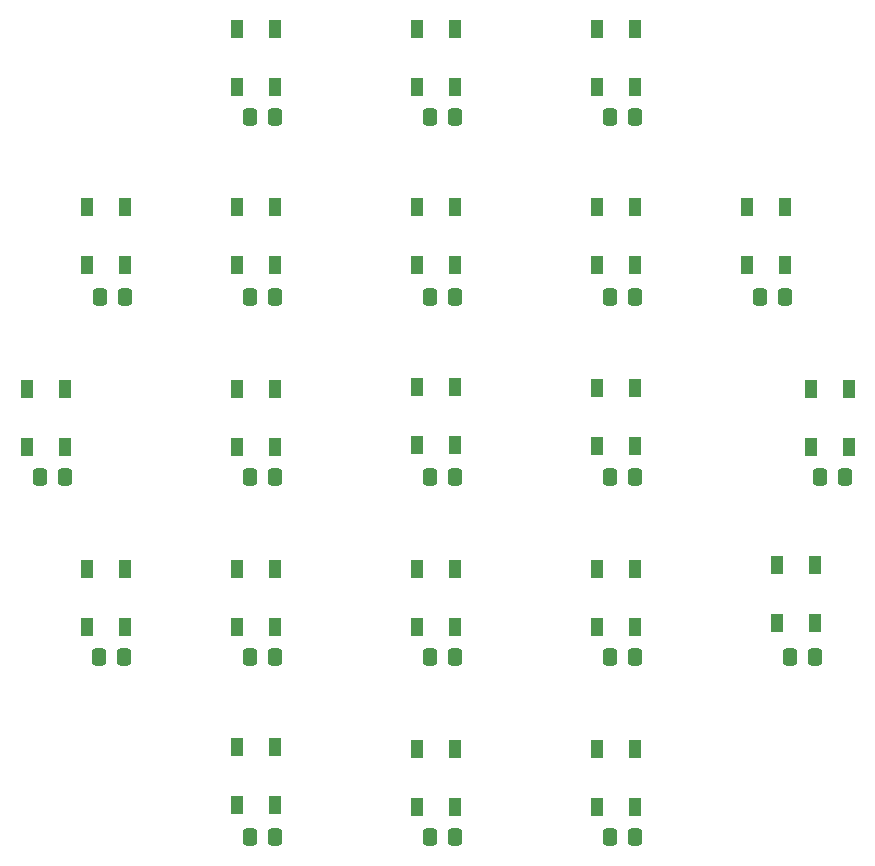
<source format=gtp>
G04 #@! TF.GenerationSoftware,KiCad,Pcbnew,6.0.5-a6ca702e91~116~ubuntu22.04.1*
G04 #@! TF.CreationDate,2022-07-22T23:48:50-06:00*
G04 #@! TF.ProjectId,catan_board,63617461-6e5f-4626-9f61-72642e6b6963,rev?*
G04 #@! TF.SameCoordinates,Original*
G04 #@! TF.FileFunction,Paste,Top*
G04 #@! TF.FilePolarity,Positive*
%FSLAX46Y46*%
G04 Gerber Fmt 4.6, Leading zero omitted, Abs format (unit mm)*
G04 Created by KiCad (PCBNEW 6.0.5-a6ca702e91~116~ubuntu22.04.1) date 2022-07-22 23:48:50*
%MOMM*%
%LPD*%
G01*
G04 APERTURE LIST*
G04 Aperture macros list*
%AMRoundRect*
0 Rectangle with rounded corners*
0 $1 Rounding radius*
0 $2 $3 $4 $5 $6 $7 $8 $9 X,Y pos of 4 corners*
0 Add a 4 corners polygon primitive as box body*
4,1,4,$2,$3,$4,$5,$6,$7,$8,$9,$2,$3,0*
0 Add four circle primitives for the rounded corners*
1,1,$1+$1,$2,$3*
1,1,$1+$1,$4,$5*
1,1,$1+$1,$6,$7*
1,1,$1+$1,$8,$9*
0 Add four rect primitives between the rounded corners*
20,1,$1+$1,$2,$3,$4,$5,0*
20,1,$1+$1,$4,$5,$6,$7,0*
20,1,$1+$1,$6,$7,$8,$9,0*
20,1,$1+$1,$8,$9,$2,$3,0*%
G04 Aperture macros list end*
%ADD10RoundRect,0.250000X-0.337500X-0.475000X0.337500X-0.475000X0.337500X0.475000X-0.337500X0.475000X0*%
%ADD11R,1.000000X1.500000*%
G04 APERTURE END LIST*
D10*
X137625000Y-66040000D03*
X139700000Y-66040000D03*
X152865000Y-66040000D03*
X154940000Y-66040000D03*
X109685000Y-81280000D03*
X111760000Y-81280000D03*
X122385000Y-81280000D03*
X124460000Y-81280000D03*
X137625000Y-81280000D03*
X139700000Y-81280000D03*
X152865000Y-81280000D03*
X154940000Y-81280000D03*
X165565000Y-81280000D03*
X167640000Y-81280000D03*
X104605000Y-96520000D03*
X106680000Y-96520000D03*
X122385000Y-96520000D03*
X124460000Y-96520000D03*
X137625000Y-96520000D03*
X139700000Y-96520000D03*
X152865000Y-96520000D03*
X154940000Y-96520000D03*
X109608800Y-111760000D03*
X111683800Y-111760000D03*
X137625000Y-111760000D03*
X139700000Y-111760000D03*
X152865000Y-111760000D03*
X154940000Y-111760000D03*
X168105000Y-111760000D03*
X170180000Y-111760000D03*
X122385000Y-127000000D03*
X124460000Y-127000000D03*
X137625000Y-127000000D03*
X139700000Y-127000000D03*
X152865000Y-127000000D03*
X154940000Y-127000000D03*
X170645000Y-96520000D03*
X172720000Y-96520000D03*
X122385000Y-111760000D03*
X124460000Y-111760000D03*
X122385000Y-66040000D03*
X124460000Y-66040000D03*
D11*
X121260000Y-63500000D03*
X124460000Y-63500000D03*
X124460000Y-58600000D03*
X121260000Y-58600000D03*
X136500000Y-63500000D03*
X139700000Y-63500000D03*
X139700000Y-58600000D03*
X136500000Y-58600000D03*
X151740000Y-63500000D03*
X154940000Y-63500000D03*
X154940000Y-58600000D03*
X151740000Y-58600000D03*
X108560000Y-78560000D03*
X111760000Y-78560000D03*
X111760000Y-73660000D03*
X108560000Y-73660000D03*
X121260000Y-78560000D03*
X124460000Y-78560000D03*
X124460000Y-73660000D03*
X121260000Y-73660000D03*
X136500000Y-78560000D03*
X139700000Y-78560000D03*
X139700000Y-73660000D03*
X136500000Y-73660000D03*
X151740000Y-78560000D03*
X154940000Y-78560000D03*
X154940000Y-73660000D03*
X151740000Y-73660000D03*
X164440000Y-78560000D03*
X167640000Y-78560000D03*
X167640000Y-73660000D03*
X164440000Y-73660000D03*
X103480000Y-93980000D03*
X106680000Y-93980000D03*
X106680000Y-89080000D03*
X103480000Y-89080000D03*
X121260000Y-93980000D03*
X124460000Y-93980000D03*
X124460000Y-89080000D03*
X121260000Y-89080000D03*
X136500000Y-93800000D03*
X139700000Y-93800000D03*
X139700000Y-88900000D03*
X136500000Y-88900000D03*
X151740000Y-93927000D03*
X154940000Y-93927000D03*
X154940000Y-89027000D03*
X151740000Y-89027000D03*
X169875400Y-93980000D03*
X173075400Y-93980000D03*
X173075400Y-89080000D03*
X169875400Y-89080000D03*
X108560000Y-109220000D03*
X111760000Y-109220000D03*
X111760000Y-104320000D03*
X108560000Y-104320000D03*
X121260000Y-109220000D03*
X124460000Y-109220000D03*
X124460000Y-104320000D03*
X121260000Y-104320000D03*
X136500000Y-109220000D03*
X139700000Y-109220000D03*
X139700000Y-104320000D03*
X136500000Y-104320000D03*
X151740000Y-109220000D03*
X154940000Y-109220000D03*
X154940000Y-104320000D03*
X151740000Y-104320000D03*
X166980000Y-108913000D03*
X170180000Y-108913000D03*
X170180000Y-104013000D03*
X166980000Y-104013000D03*
X121260000Y-124280000D03*
X124460000Y-124280000D03*
X124460000Y-119380000D03*
X121260000Y-119380000D03*
X136500000Y-124460000D03*
X139700000Y-124460000D03*
X139700000Y-119560000D03*
X136500000Y-119560000D03*
X151740000Y-124460000D03*
X154940000Y-124460000D03*
X154940000Y-119560000D03*
X151740000Y-119560000D03*
M02*

</source>
